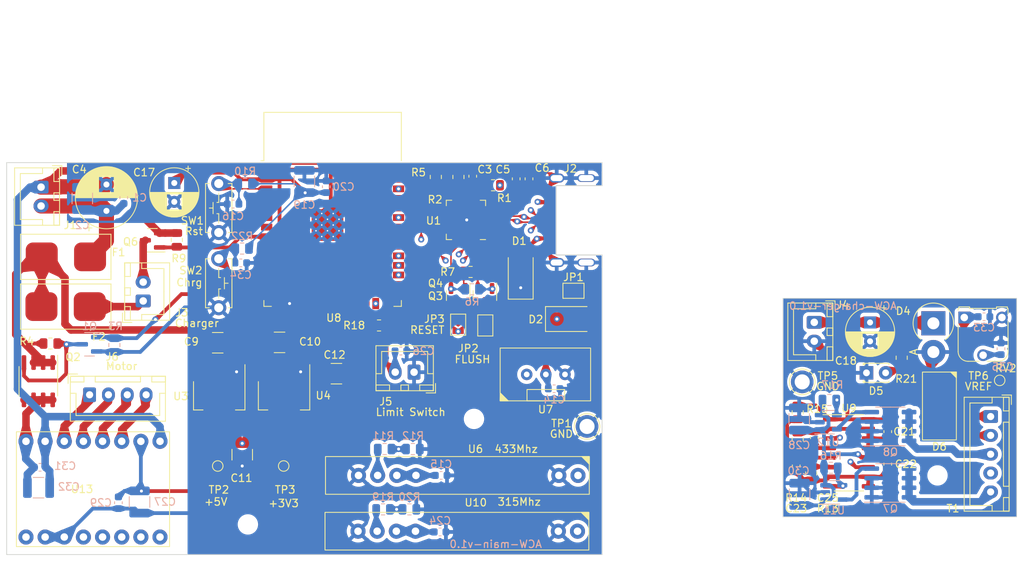
<source format=kicad_pcb>
(kicad_pcb (version 20221018) (generator pcbnew)
  (layers (0 "F.Cu" signal) (1 "In1.Cu" signal) (2 "In2.Cu" signal) (31 "B.Cu" signal) (34 "B.Paste" user) (35 "F.Paste" user) (36 "B.SilkS" user "B.Silkscreen") (37 "F.SilkS" user "F.Silkscreen") (38 "B.Mask" user) (39 "F.Mask" user) (44 "Edge.Cuts" user))
  (net 0 "")
  (net 1 "/7.5V_BEFORE_FUSE")
  (net 2 "GNDA")
  (net 3 "Net-(U1-VBUS)")
  (net 4 "+3V3")
  (net 5 "GNDPWR")
  (net 6 "VD")
  (net 7 "+7.5V")
  (net 8 "+5V")
  (net 9 "Net-(J3-Pin_1)")
  (net 10 "Net-(J3-Pin_2)")
  (net 11 "/ESP32_ENABLE")
  (net 12 "VPP")
  (net 13 "GND1")
  (net 14 "Net-(U9-CT)")
  (net 15 "/TL494_VREF")
  (net 16 "/TL494_DTC")
  (net 17 "/CHARGER_START_BUTTON")
  (net 18 "/TL494_FEEDBACK")
  (net 19 "Net-(T1-AA)")
  (net 20 "Net-(T1-AB)")
  (net 21 "VBUS")
  (net 23 "/D+")
  (net 24 "/D-")
  (net 28 "/LIMIT_SWITCH")
  (net 29 "Net-(J6-Pin_1)")
  (net 30 "Net-(J6-Pin_2)")
  (net 31 "Net-(J6-Pin_3)")
  (net 32 "Net-(JP2-A)")
  (net 33 "/ESP32_FLUSH")
  (net 34 "Net-(JP3-A)")
  (net 35 "/VM_ENABLE")
  (net 36 "Net-(Q1-D)")
  (net 37 "Net-(Q3-B)")
  (net 38 "Net-(Q3-E)")
  (net 39 "Net-(Q4-B)")
  (net 40 "Net-(Q4-E)")
  (net 41 "/CHARGER_ENABLE")
  (net 42 "Net-(Q7-G)")
  (net 43 "Net-(T1-SB)")
  (net 44 "Net-(Q8-G)")
  (net 45 "Net-(T1-SA)")
  (net 46 "Net-(U1-~{RST})")
  (net 47 "/FM_IN_433")
  (net 48 "/FM_IN_5V_433")
  (net 49 "Net-(U9-RT)")
  (net 50 "Net-(U11-IN-)")
  (net 51 "Net-(U12-IN-)")
  (net 52 "/FM_IN_315")
  (net 53 "/FM_IN_5V_315")
  (net 70 "/TXD_3V3")
  (net 71 "/RXD_3V3")
  (net 74 "/FM_OUT_433")
  (net 91 "/M_DIR")
  (net 92 "/M_STEP")
  (net 95 "/M_ENABLE#")
  (net 102 "Net-(D6-+)")
  (net 103 "Net-(D2-A)")
  (net 104 "Net-(D5-A)")
  (net 105 "Net-(J6-Pin_4)")
  (footprint "Connector_JST:JST_XH_B5B-XH-A_1x05_P2.50mm_Vertical" (layer "F.Cu") (at 172.55 75.6875 -90)
    (fp_text reference "T1")
    (fp_text value "Transformer_1P_SS")
  )
  (footprint "Resistor_SMD:R_0805_2012Metric" (layer "F.Cu") (at 98.935 43.9 90)
    (fp_text reference "R5")
    (fp_text value "1K")
  )
  (footprint "Capacitor_SMD:C_1210_3225Metric" (layer "F.Cu") (at 73.25 80.75 90)
    (fp_text reference "C11")
    (fp_text value "22 uF")
  )
  (footprint "Capacitor_SMD:C_0603_1608Metric" (layer "F.Cu") (at 146.75 82.25 -90)
    (fp_text reference "C23")
    (fp_text value "1 nF")
  )
  (footprint "Library:TMC2209" (layer "F.Cu") (at 53.45 85.325 90)
    (fp_text reference "U13")
    (fp_text value "TMC2209_Module")
  )
  (footprint "Diode_THT:D_DO-201AD_P3.81mm_Vertical_AnodeUp" (layer "F.Cu") (at 164.95 63.315 -90)
    (fp_text reference "D4")
    (fp_text value "HER508")
  )
  (footprint "Potentiometer_THT:Potentiometer_Runtron_RM-065_Vertical" (layer "F.Cu") (at 169.05 62.5475)
    (fp_text reference "RV2")
    (fp_text value "1K")
  )
  (footprint "Package_TO_SOT_SMD:SOT-223-3_TabPin2" (layer "F.Cu") (at 70.2 72.9 -90)
    (fp_text reference "U3")
    (fp_text value "AMS1117-5.0")
  )
  (footprint "Resistor_SMD:R_0805_2012Metric" (layer "F.Cu") (at 47.8 66)
    (fp_text reference "R4")
    (fp_text value "1K")
  )
  (footprint "Resistor_SMD:R_0805_2012Metric" (layer "F.Cu") (at 146.95 78.725 -90)
    (fp_text reference "R14")
    (fp_text value "10K")
  )
  (footprint "Connector_JST:JST_XH_B2B-XH-A_1x02_P2.50mm_Vertical" (layer "F.Cu") (at 46.56 45.25 -90)
    (fp_text reference "J1")
    (fp_text value "Conn_01x02_Socket")
  )
  (footprint "MountingHole:MountingHole_2.2mm_M2" (layer "F.Cu") (at 165.5 83.5)
    (fp_text reference "H1" hide)
    (fp_text value "MountingHole")
  )
  (footprint "Capacitor_THT:CP_Radial_D6.3mm_P2.50mm" (layer "F.Cu") (at 156.55 63.205121 -90)
    (fp_text reference "C18")
    (fp_text value "100 uF")
  )
  (footprint "Resistor_SMD:R_0805_2012Metric" (layer "F.Cu") (at 106.535 45 180)
    (fp_text reference "R1")
    (fp_text value "22K")
  )
  (footprint "Capacitor_SMD:C_0603_1608Metric" (layer "F.Cu") (at 149.15 78.4875 -90)
    (fp_text reference "C25")
    (fp_text value "500 nF")
  )
  (footprint "Resistor_SMD:R_0805_2012Metric" (layer "F.Cu") (at 91.4 63.6)
    (fp_text reference "R18")
    (fp_text value "10K")
  )
  (footprint "Capacitor_SMD:C_1210_3225Metric" (layer "F.Cu") (at 70 65.9 180)
    (fp_text reference "C9")
    (fp_text value "22 uF")
  )
  (footprint "Resistor_SMD:R_0805_2012Metric" (layer "F.Cu") (at 160.75 67.8875 -90)
    (fp_text reference "R21")
    (fp_text value "1K")
  )
  (footprint "Jumper:SolderJumper-2_P1.3mm_Open_TrianglePad1.0x1.5mm" (layer "F.Cu") (at 117.2 59)
    (fp_text reference "JP1")
    (fp_text value "Charge from flusher")
  )
  (footprint "Resistor_SMD:R_0805_2012Metric" (layer "F.Cu") (at 146.95 75.1375 90)
    (fp_text reference "R15")
    (fp_text value "1K")
  )
  (footprint "Resistor_SMD:R_0805_2012Metric" (layer "F.Cu") (at 64.5725 52.25 90)
    (fp_text reference "R9")
    (fp_text value "10K")
  )
  (footprint "Library:STX882_Vertical" (layer "F.Cu") (at 113.535 70.1)
    (fp_text reference "U7")
    (fp_text value "STX882@433Mhz")
  )
  (footprint "Capacitor_SMD:C_0603_1608Metric" (layer "F.Cu") (at 158.9 82 -90)
    (fp_text reference "C22")
    (fp_text value "100 nF")
  )
  (footprint "Diode_SMD:D_SMA" (layer "F.Cu") (at 117 62.75)
    (fp_text reference "D2")
    (fp_text value "US1M")
  )
  (footprint "Library:USB_C_P16_MIDMOUNT_1.6" (layer "F.Cu") (at 116.6 49.65 90)
    (fp_text reference "J2")
    (fp_text value "USB_C_Receptacle_USB2.0")
    (fp_line (start -4.6 -1.7) (end -4.6 4.4) (stroke (width 0.12)) (layer "Edge.Cuts"))
    (fp_line (start -4.6 4.4) (end -6.2 4.4) (stroke (width 0.12)) (layer "Edge.Cuts"))
    (fp_line (start 4.6 -1.7) (end -4.6 -1.7) (stroke (width 0.12)) (layer "Edge.Cuts"))
    (fp_line (start 4.6 4.4) (end 4.6 -1.7) (stroke (width 0.12)) (layer "Edge.Cuts"))
    (fp_line (start 6.4 4.4) (end 4.6 4.4) (stroke (width 0.12)) (layer "Edge.Cuts"))
  )
  (footprint "Connector_JST:JST_XH_B4B-XH-A_1x04_P2.50mm_Vertical" (layer "F.Cu") (at 53 72.8)
    (fp_text reference "J6")
    (fp_text value "Conn_01x04_Socket")
  )
  (footprint "Library:SW_PUSH_P6.5_W3.5" (layer "F.Cu") (at 70.135 48.025 90)
    (fp_text reference "SW1")
    (fp_text value "KLS7-TS3601-5.0-180")
  )
  (footprint "Capacitor_SMD:C_1210_3225Metric" (layer "F.Cu") (at 78.2 65.85 180)
    (fp_text reference "C10")
    (fp_text value "22 uF")
  )
  (footprint "TestPoint:TestPoint_Pad_D1.0mm" (layer "F.Cu") (at 173.75 70.8875)
    (fp_text reference "TP6")
    (fp_text value "VREF")
  )
  (footprint "MountingHole:MountingHole_2.2mm_M2" (layer "F.Cu") (at 74 90)
    (fp_text reference "H3" hide)
    (fp_text value "MountingHole")
  )
  (footprint "TestPoint:TestPoint_Plated_Hole_D2.0mm" (layer "F.Cu") (at 147.55 71.0875)
    (fp_text reference "TP5")
    (fp_text value "GND")
  )
  (footprint "Resistor_SMD:R_0805_2012Metric" (layer "F.Cu") (at 103.55 56.5 180)
    (fp_text reference "R7")
    (fp_text value "10K")
  )
  (footprint "Capacitor_SMD:C_0603_1608Metric" (layer "F.Cu") (at 158.9 77.6875 90)
    (fp_text reference "C21")
    (fp_text value "10 uF")
  )
  (footprint "Jumper:SolderJumper-2_P1.3mm_Open_TrianglePad1.0x1.5mm" (layer "F.Cu") (at 101.9 63.5 -90)
    (fp_text reference "JP3")
    (fp_text value "RESET")
  )
  (footprint "Capacitor_THT:CP_Radial_D6.3mm_P2.50mm" (layer "F.Cu") (at 64.235 44.7 -90)
    (fp_text reference "C17")
    (fp_text value "100 uF")
  )
  (footprint "NetTie:NetTie-2_SMD_Pad2.0mm" (layer "F.Cu") (at 51.035 45.2)
    (fp_text reference "NT1" hide)
    (fp_text value "AGND/PGND" hide)
  )
  (footprint "Jumper:SolderJumper-2_P1.3mm_Open_TrianglePad1.0x1.5mm" (layer "F.Cu") (at 105.5 63.6 -90)
    (fp_text reference "JP2")
    (fp_text value "FLUSH")
  )
  (footprint "MountingHole:MountingHole_2.2mm_M2" (layer "F.Cu") (at 64 67)
    (fp_text reference "H2" hide)
    (fp_text value "MountingHole")
  )
  (footprint "LED_THT:LED_D1.8mm_W3.3mm_H2.4mm" (layer "F.Cu") (at 156.075 69.8875)
    (fp_text reference "D5")
    (fp_text value "LED")
  )
  (footprint "Capacitor_SMD:C_0603_1608Metric" (layer "F.Cu") (at 103.835 43.8 90)
    (fp_text reference "C3")
    (fp_text value "10 uF")
  )
  (footprint "Capacitor_THT:CP_Radial_D8.0mm_P3.50mm" (layer "F.Cu") (at 55.235 48.4 90)
    (fp_text reference "C4")
    (fp_text value "1000 uF")
  )
  (footprint "Package_TO_SOT_SMD:SOT-23" (layer "F.Cu") (at 101.9 59.6375 -90)
    (fp_text reference "Q4")
    (fp_text value "BC847")
  )
  (footprint "Connector_JST:JST_XH_B2B-XH-A_1x02_P2.50mm_Vertical" (layer "F.Cu") (at 60.11 60.35 90)
    (fp_text reference "J3")
    (fp_text value "Charger")
  )
  (footprint "Package_DFN_QFN:QFN-28-1EP_5x5mm_P0.5mm_EP3.35x3.35mm" (layer "F.Cu") (at 102.935 49.6 180)
    (fp_text reference "U1")
    (fp_text value "CP2102N-Axx-xQFN28")
  )
  (footprint "Library:FuseHolder1808" (layer "F.Cu") (at 49.835 61.1)
    (fp_text reference "F2")
    (fp_text value "3A")
  )
  (footprint "Library:SRX882_Vertical" (layer "F.Cu") (at 117.8 83.5 180)
    (fp_text reference "U6")
    (fp_text value "SRX882@433Mhz")
  )
  (footprint "Library:FuseHolder1808" (layer "F.Cu") (at 49.835 54.5 180)
    (fp_text reference "F1")
    (fp_text value "6A")
  )
  (footprint "Capacitor_SMD:C_1210_3225Metric" (layer "F.Cu") (at 85.75 70)
    (fp_text reference "C12")
    (fp_text value "22 uF")
  )
  (footprint "Library:SW_PUSH_P6.5_W3.5" (layer "F.Cu") (at 70.135 58 -90)
    (fp_text reference "SW2")
    (fp_text value "KLS7-TS3601-5.0-180")
  )
  (footprint "TestPoint:TestPoint_Plated_Hole_D2.0mm" (layer "F.Cu") (at 119 77)
    (fp_text reference "TP1")
    (fp_text value "GND")
  )
  (footprint "Library:SRX882_Vertical" (layer "F.Cu") (at 117.735 90.9 180)
    (fp_text reference "U10")
    (fp_text value "SRX882@315Mhz")
  )
  (footprint "Capacitor_SMD:C_0603_1608Metric" (layer "F.Cu") (at 109.6 44.15 90)
    (fp_text reference "C5")
    (fp_text value "10 uF")
  )
  (footprint "TestPoint:TestPoint_Pad_D1.0mm" (layer "F.Cu") (at 70 82.25 90)
    (fp_text reference "TP2")
    (fp_text value "+5V")
  )
  (footprint "Library:MBS" (layer "F.Cu") (at 165.75 74.2875 -90)
    (fp_text reference "D6")
    (fp_text value "MB10S")
  )
  (footprint "Package_SO:SOIC-8_3.9x4.9mm_P1.27mm" (layer "F.Cu") (at 46.2 71 -90)
    (fp_text reference "Q2")
    (fp_text value "IRF7425PbF")
  )
  (footprint "Capacitor_SMD:C_0603_1608Metric" (layer "F.Cu") (at 111.3 44.15 90)
    (fp_text reference "C6")
    (fp_text value "10 uF")
  )
  (footprint "Diode_SMD:D_SMA" (layer "F.Cu") (at 110.2 56.6 90)
    (fp_text reference "D1")
    (fp_text value "SMAJ5.0CA-TR")
  )
  (footprint "Package_SO:SO-16_3.9x9.9mm_P1.27mm" (layer "F.Cu") (at 153.75 80.5)
    (fp_text reference "U9")
    (fp_text value "TL494")
  )
  (footprint "Package_TO_SOT_SMD:SOT-223-3_TabPin2" (layer "F.Cu") (at 78.8 72.9 -90)
    (fp_text reference "U4")
    (fp_text value "AMS1117-3.3")
  )
  (footprint "TestPoint:TestPoint_Pad_D1.0mm" (layer "F.Cu") (at 78.75 82.25)
    (fp_text reference "TP3")
    (fp_text value "+3V3")
  )
  (footprint "Package_TO_SOT_SMD:SOT-23" (layer "F.Cu") (at 61.335 52.3 180)
    (fp_text reference "Q6")
    (fp_text value "IRLML0030")
  )
  (footprint "Resistor_SMD:R_0805_2012Metric" (layer "F.Cu") (at 148.75 83.25 -90)
    (fp_text reference "R13")
    (fp_text value "10K")
  )
  (footprint "Connector_JST:JST_XH_B2B-XH-A_1x02_P2.50mm_Vertical" (layer "F.Cu") (at 96.05 69.8 180)
    (fp_text reference "J5")
    (fp_text value "Limit Switch")
  )
  (footprint "RF_Module:ESP32-WROOM-32" (layer "F.Cu") (at 85.2425 51.185)
    (fp_text reference "U8")
    (fp_text value "ESP32-WROOM-32")
  )
  (footprint "Package_TO_SOT_SMD:SOT-23" (layer "F.Cu") (at 105.45 59.6375 -90)
    (fp_text reference "Q3")
    (fp_text value "BC847")
  )
  (footprint "Connector_JST:JST_XH_B2B-XH-A_1x02_P2.50mm_Vertical" (layer "F.Cu") (at 149.15 63.1875 -90)
    (fp_text reference "J4")
    (fp_text value "Power")
  )
  (footprint "Resistor_SMD:R_0805_2012Metric" (layer "F.Cu") (at 101.935 43.9 90)
    (fp_text reference "R2")
    (fp_text value "44K")
  )
  (footprint "MountingHole:MountingHole_2.2mm_M2" (layer "F.Cu") (at 104 76)
    (fp_text reference "H4" hide)
    (fp_text value "MountingHole")
  )
  (footprint "Resistor_SMD:R_0805_2012Metric" (layer "B.Cu") (at 95.435 88 180)
    (fp_text reference "R20")
    (fp_text value "10K")
  )
  (footprint "Capacitor_SMD:C_0603_1608Metric" (layer "B.Cu") (at 94.3 67)
    (fp_text reference "C26")
    (fp_text value "0.1 uF")
  )
  (footprint "Capacitor_SMD:C_0603_1608Metric" (layer "B.Cu") (at 173.925 66.6975 90)
    (fp_text reference "C35")
    (fp_text value "100 nF")
  )
  (footprint "Resistor_SMD:R_0805_2012Metric" (layer "B.Cu") (at 56.28556 66.2 -90)
    (fp_text reference "R3")
    (fp_text value "10K")
  )
  (footprint "Resistor_SMD:R_0805_2012Metric" (layer "B.Cu") (at 73.235 53.4 180)
    (fp_text reference "R22")
    (fp_text value "10K")
  )
  (footprint "Resistor_SMD:R_0805_2012Metric" (layer "B.Cu") (at 92.145 80 180)
    (fp_text reference "R11")
    (fp_text value "5K1")
  )
  (footprint "Package_TO_SOT_SMD:SOT-23-5" (layer "B.Cu") (at 151.737536 85.75)
    (fp_text reference "U11")
    (fp_text value "FAN3100")
  )
  (footprint "Resistor_SMD:R_0805_2012Metric" (layer "B.Cu") (at 151.35 82.4875)
    (fp_text reference "R16")
    (fp_text value "1K")
  )
  (footprint "Package_SO:SOIC-8_3.9x4.9mm_P1.27mm" (layer "B.Cu") (at 159.25 77)
    (fp_text reference "Q8")
    (fp_text value "IRF7832PbF")
  )
  (footprint "Capacitor_SMD:C_0603_1608Metric" (layer "B.Cu") (at 73.06 55.3)
    (fp_text reference "C34")
    (fp_text value "100 nF")
  )
  (footprint "Capacitor_SMD:C_0603_1608Metric" (layer "B.Cu") (at 84.4 45.2 90)
    (fp_text reference "C20")
    (fp_text value "100 nF")
  )
  (footprint "Package_SO:SOIC-8_3.9x4.9mm_P1.27mm" (layer "B.Cu") (at 159.25 84.5)
    (fp_text reference "Q7")
    (fp_text value "IRF7832PbF")
  )
  (footprint "Capacitor_SMD:C_1210_3225Metric" (layer "B.Cu") (at 81.5 44.5 -90)
    (fp_text reference "C19")
    (fp_text value "22 uF")
  )
  (footprint "Resistor_SMD:R_0805_2012Metric" (layer "B.Cu") (at 91.935 88 180)
    (fp_text reference "R19")
    (fp_text value "5K1")
  )
  (footprint "Capacitor_SMD:C_1210_3225Metric" (layer "B.Cu") (at 59.625 87.025 90)
    (fp_text reference "C27")
    (fp_text value "22 uF")
  )
  (footprint "Capacitor_SMD:C_0603_1608Metric" (layer "B.Cu") (at 46.425 82.425 180)
    (fp_text reference "C31")
    (fp_text value "100 uF")
  )
  (footprint "Capacitor_SMD:C_0603_1608Metric" (layer "B.Cu") (at 114.635 72)
    (fp_text reference "C14")
    (fp_text value "100 nF")
  )
  (footprint "Capacitor_SMD:C_1210_3225Metric" (layer "B.Cu") (at 147.2 86 -90)
    (fp_text reference "C30")
    (fp_text value "22 uF")
  )
  (footprint "Package_TO_SOT_SMD:SOT-23" (layer "B.Cu") (at 52.98556 66.1 180)
    (fp_text reference "Q1")
    (fp_text value "IRLML0030")
  )
  (footprint "Resistor_SMD:R_0805_2012Metric" (layer "B.Cu") (at 95.895 80 180)
    (fp_text reference "R12")
    (fp_text value "10K")
  )
  (footprint "Capacitor_SMD:C_1210_3225Metric" (layer "B.Cu") (at 147.15 76.0125 -90)
    (fp_text reference "C28")
    (fp_text value "22 uF")
  )
  (footprint "Capacitor_SMD:C_0603_1608Metric" (layer "B.Cu") (at 99.645 83.5)
    (fp_text reference "C15")
    (fp_text value "100 nF")
  )
  (footprint "Capacitor_SMD:C_0603_1608Metric" (layer "B.Cu") (at 57.535 46.647349 90)
    (fp_text reference "C1")
    (fp_text value "2.2 uF")
  )
  (footprint "Capacitor_SMD:C_0603_1608Metric" (layer "B.Cu") (at 171.675 62.4475)
    (fp_text reference "C33")
    (fp_text value "10 uF")
  )
  (footprint "Capacitor_SMD:C_1210_3225Metric" (layer "B.Cu") (at 52.035 46.747349 90)
    (fp_text reference "C2")
    (fp_text value "22 uF")
  )
  (footprint "Package_TO_SOT_SMD:SOT-23-5" (layer "B.Cu") (at 151.0125 76.4375)
    (fp_text reference "U12")
    (fp_text value "FAN3100")
  )
  (footprint "Resistor_SMD:R_0805_2012Metric" (layer "B.Cu") (at 103.75 58.8)
    (fp_text reference "R6")
    (fp_text value "10K")
  )
  (footprint "Capacitor_SMD:C_0603_1608Metric" (layer "B.Cu") (at 99.5 91)
    (fp_text reference "C24")
    (fp_text value "100 nF")
  )
  (footprint "Resistor_SMD:R_0805_2012Metric" (layer "B.Cu") (at 73.635 44.8 180)
    (fp_text reference "R10")
    (fp_text value "1K")
  )
  (footprint "Capacitor_SMD:C_1210_3225Metric" (layer "B.Cu") (at 46.225 85.125 180)
    (fp_text reference "C32")
    (fp_text value "22 uF")
  )
  (footprint "Capacitor_SMD:C_0603_1608Metric" (layer "B.Cu") (at 56.825 87.125 -90)
    (fp_text reference "C29")
    (fp_text value "0.1 uF")
  )
  (footprint "Capacitor_SMD:C_0603_1608Metric" (layer "B.Cu") (at 72.035 47.5 180)
    (fp_text reference "C16")
    (fp_text value "1 uF")
  )
  (footprint "Resistor_SMD:R_0805_2012Metric" (layer "B.Cu") (at 151.15 73.4875)
    (fp_text reference "R17")
    (fp_text value "1K")
  )
  (gr_line (start 42 94) (end 121 94) (stroke (width 0.1)) (layer "Edge.Cuts"))
  (gr_line (start 42 42) (end 42 94) (stroke (width 0.1)) (layer "Edge.Cuts"))
  (gr_line (start 121 42) (end 42 42) (stroke (width 0.1)) (layer "Edge.Cuts"))
  (gr_line (start 121 55.85) (end 121 94) (stroke (width 0.1)) (layer "Edge.Cuts"))
  (gr_rect (start 145 60) (end 176 89) (stroke (width 0.1)) (fill none) (layer "Edge.Cuts"))
  (gr_line (start 121 42) (end 121 43.25) (stroke (width 0.1)) (layer "Edge.Cuts"))
  (gr_text "ACW-main-v1.0" (at 113.1 93.2) (layer "B.SilkS") (effects (font (size 1 1)) (justify left bottom mirror)))
  (gr_text "ACW-charger-v1.0" (at 160.2 61.6) (layer "B.SilkS") (effects (font (size 1 1)) (justify left bottom mirror)))
  (segment (start 54.585 47.75) (end 55.235 48.4) (width 2) (layer "F.Cu") (net 1))
  (segment (start 55.235 48.4) (end 55.235 52.325) (width 2) (layer "F.Cu") (net 1))
  (segment (start 46.56 47.75) (end 54.585 47.75) (width 2) (layer "F.Cu") (net 1))
  (segment (start 55.235 52.325) (end 53.06 54.5) (width 2) (layer "F.Cu") (net 1))
  (segment (start 52.212651 48.4) (end 52.035 48.222349) (width 1) (layer "B.Cu") (net 1))
  (segment (start 55.235 48.4) (end 52.212651 48.4) (width 1) (layer "B.Cu") (net 1))
  (segment (start 56.557349 48.4) (end 57.535 47.422349) (width 1) (layer "B.Cu") (net 1))
  (segment (start 55.235 48.4) (end 56.557349 48.4) (width 1) (layer "B.Cu") (net 1))
  (segment (start 111.3 43.375) (end 114.3 43.375) (width 0.2) (layer "F.Cu") (net 2))
  (segment (start 104.185 43.375) (end 103.835 43.025) (width 0.2) (layer "F.Cu") (net 2))
  (segment (start 114.3 43.375) (end 114.975 44.05) (width 0.2) (layer "F.Cu") (net 2))
  (segment (start 81.1 69.75) (end 84.025 69.75) (width 1) (layer "F.Cu") (net 2))
  (segment (start 72.5 69.75) (end 72.5 66.925) (width 1) (layer "F.Cu") (net 2))
  (segment (start 53.035 45.2) (end 54.935 45.2) (width 2) (layer "F.Cu") (net 2))
  (segment (start 81.1 69.75) (end 81.1 67.275) (width 1) (layer "F.Cu") (net 2))
  (segment (start 103.835 43.025) (end 101.9725 43.025) (width 0.2) (layer "F.Cu") (net 2))
  (segment (start 76.4925 42.935) (end 85 42.935) (width 0.5) (layer "F.Cu") (net 2))
  (segment (start 81.1 67.275) (end 79.675 65.85) (width 1) (layer "F.Cu") (net 2))
  (segment (start 85 42.935) (end 93.9925 42.935) (width 0.5) (layer "F.Cu") (net 2))
  (segment (start 85 42.935) (end 85 50.6) (width 0.5) (layer "F.Cu") (net 2))
  (segment (start 114.09 54.365) (end 114.975 55.25) (width 0.5) (layer "F.Cu") (net 2))
  (segment (start 109.6 43.375) (end 111.3 43.375) (width 0.2) (layer "F.Cu") (net 2))
  (segment (start 72.5 66.925) (end 71.475 65.9) (width 1) (layer "F.Cu") (net 2))
  (segment (start 114.09 52.85) (end 114.09 54.365) (width 0.5) (layer "F.Cu") (net 2))
  (segment (start 114.09 44.935) (end 114.975 44.05) (width 0.5) (layer "F.Cu") (net 2))
  (segment (start 54.935 45.2) (end 55.235 44.9) (width 2) (layer "F.Cu") (net 2))
  (segment (start 109.6 43.375) (end 104.185 43.375) (width 0.2) (layer "F.Cu") (net 2))
  (segment (start 84.025 69.75) (end 84.275 70) (width 1) (layer "F.Cu") (net 2))
  (segment (start 114.09 46.45) (end 114.09 44.935) (width 0.5) (layer "F.Cu") (net 2))
  (segment (start 105.385 50.1) (end 103.435 50.1) (width 0.2) (layer "F.Cu") (net 2))
  (via (at 110.2 58.6) (size 0.8) (drill 0.4) (layers "F.Cu" "B.Cu") (net 2))
  (via (at 73.25 82.25) (size 0.8) (drill 0.4) (layers "F.Cu" "B.Cu") (net 2))
  (via (at 81 69.75) (size 0.8) (drill 0.4) (layers "F.Cu" "B.Cu") (net 2))
  (via (at 103.035 49.6) (size 0.8) (drill 0.4) (layers "F.Cu" "B.Cu") (net 2))
  (via (at 72.5 69.75) (size 0.8) (drill 0.4) (layers "F.Cu" "B.Cu") (net 2))
  (via (at 79.5325 60.695) (size 0.8) (drill 0.4) (layers "F.Cu" "B.Cu") (net 2))
  (segment (start 53.92306 67.05) (end 55.135 67.05) (width 0.5) (layer "B.Cu") (net 2))
  (segment (start 55.135 67.05) (end 56.22306 67.05) (width 0.5) (layer "B.Cu") (net 2))
  (segment (start 55.135 67.05) (end 55.435 67.35) (width 0.5) (layer "B.Cu") (net 2))
  (segment (start 56.825 87.9) (end 59.025 87.9) (width 0.5) (layer "B.Cu") (net 2))
  (segment (start 49.64 91.675) (end 48.425 91.675) (width 0.5) (layer "B.Cu") (net 2))
  (segment (start 56.28556 67.1125) (end 59.7225 67.1125) (width 0.5) (layer "B.Cu") (net 2))
  (segment (start 49.64 91.675) (end 53.415 87.9) (width 0.5) (layer "B.Cu") (net 2))
  (segment (start 59.7225 67.1125) (end 65.635 61.2) (width 0.5) (layer "B.Cu") (net 2))
  (segment (start 59.625 88.5) (end 67 88.5) (width 0.5) (layer "B.Cu") (net 2))
  (segment (start 48.425 91.675) (end 47.1 91.675) (width 0.5) (layer "B.Cu") (net 2))
  (segment (start 59.025 87.9) (end 59.625 88.5) (width 0.5) (layer "B.Cu") (net 2))
  (segment (start 65.635 61.2) (end 70.085 61.2) (width 0.5) (layer "B.Cu") (net 2))
  (segment (start 53.415 87.9) (end 56.825 87.9) (width 0.5) (layer "B.Cu") (net 2))
  (segment (start 103.835 44.575) (end 105.1975 44.575) (width 0.2) (layer "F.Cu") (net 3))
  (segment (start 104.435 46.1875) (end 105.6225 45) (width 0.2) (layer "F.Cu") (net 3))
  (segment (start 104.435 46.2) (end 104.435 46.1875) (width 0.2) (layer "F.Cu") (net 3))
  (segment (start 104.435 47.15) (end 104.435 46.2) (width 0.2) (layer "F.Cu") (net 3))
  (segment (start 105.1975 44.575) (end 105.6225 45) (width 0.2) (layer "F.Cu") (net 3))
  (segment (start 101.935 44.8125) (end 103.5975 44.8125) (width 0.2) (layer "F.Cu") (net 3))
  (segment (start 111.3 44.925) (end 109.6 44.925) (width 0.2) (layer "F.Cu") (net 4))
  (segment (start 73.04 44.205) (end 76.4925 44.205) (width 0.5) (layer "F.Cu") (net 4))
  (segment (start 108.235 43.8) (end 109.36 44.925) (width 0.2) (layer "F.Cu") (net 4))
  (segment (start 87.225 71.75) (end 87.225 70) (width 1) (layer "F.Cu") (net 4))
  (segment (start 72.16 43.325) (end 73.04 44.205) (width 0.5) (layer "F.Cu") (net 4))
  (segment (start 88.25 70) (end 87.225 70) (width 0.5) (layer "F.Cu") (net 4))
  (segment (start 79.675 85.575) (end 88.75 76.5) (width 0.5) (layer "F.Cu") (net 4))
  (segment (start 83 63.4) (end 87.225 67.625) (width 0.5) (layer "F.Cu") (net 4))
  (segment (start 99.7475 43.8) (end 108.235 43.8) (width 0.2) (layer "F.Cu") (net 4))
  (segment (start 64.235 44.7) (end 65.61 43.325) (width 0.5) (layer "F.Cu") (net 4))
  (segment (start 90.4875 63.6) (end 88.8875 65.2) (width 0.5) (layer "F.Cu") (net 4))
  (segment (start 82.925 76.05) (end 87.225 71.75) (width 1) (layer "F.Cu") (net 4))
  (segment (start 98.1325 42.185) (end 66.75 42.185) (width 0.2) (layer "F.Cu") (net 4))
  (segment (start 88.75 76.5) (end 88.75 70.5) (width 0.5) (layer "F.Cu") (net 4))
  (segment (start 78.2 44.205) (end 78.2 62.4) (width 0.5) (layer "F.Cu") (net 4))
  (segment (start 107.625 48.6) (end 111.3 44.925) (width 0.2) (layer "F.Cu") (net 4))
  (segment (start 59.875 85.575) (end 79.675 85.575) (width 0.5) (layer "F.Cu") (net 4))
  (segment (start 105.385 48.6) (end 107.625 48.6) (width 0.2) (layer "F.Cu") (net 4))
  (segment (start 106.425 48.1) (end 109.6 44.925) (width 0.2) (layer "F.Cu") (net 4))
  (segment (start 79.805 44.205) (end 81.6 46) (width 0.5) (layer "F.Cu") (net 4))
  (segment (start 65.61 43.325) (end 72.16 43.325) (width 0.5) (layer "F.Cu") (net 4))
  (segment (start 76.4925 44.205) (end 78.2 44.205) (width 0.5) (layer "F.Cu") (net 4))
  (segment (start 105.385 48.1) (end 106.425 48.1) (width 0.2) (layer "F.Cu") (net 4))
  (segment (start 98.935 42.9875) (end 98.1325 42.185) (width 0.2) (layer "F.Cu") (net 4))
  (segment (start 78.8 76.05) (end 82.925 76.05) (width 1) (layer "F.Cu") (net 4))
  (segment (start 78.75 76.25) (end 78.75 69.8) (width 1) (layer "F.Cu") (net 4))
  (segment (start 79.2 63.4) (end 83 63.4) (width 0.5) (layer "F.Cu") (net 4))
  (segment (start 88.8875 68.3375) (end 87.225 70) (width 0.5) (layer "F.Cu") (net 4))
  (segment (start 98.935 42.9875) (end 99.7475 43.8) (width 0.2) (layer "F.Cu") (net 4))
  (segment (start 78.2 62.4) (end 79.2 63.4) (width 0.5) (layer "F.Cu") (net 4))
  (segment (start 66.75 42.185) (end 65.61 43.325) (width 0.2) (layer "F.Cu") (net 4))
  (segment (start 88.75 70.5) (end 88.25 70) (width 0.5) (layer "F.Cu") (net 4))
  (segment (start 78.2 44.205) (end 79.805 44.205) (width 0.5) (layer "F.Cu") (net 4))
  (segment (start 87.225 67.625) (end 87.225 70) (width 0.5) (layer "F.Cu") (net 4))
  (segment (start 78.75 82.25) (end 78.75 76.1) (width 0.5) (layer "F.Cu") (net 4))
  (segment (start 88.8875 65.2) (end 88.8875 68.3375) (width 0.5) (layer "F.Cu") (net 4))
  (via (at 81.6 46) (size 0.8) (drill 0.4) (layers "F.Cu" "B.Cu") (net 4))
  (via (at 59.875 85.575) (size 0.8) (drill 0.4) (layers "F.Cu" "B.Cu") (net 4))
  (segment (start 74.5475 44.8) (end 80.325 44.8) (width 0.2) (layer "B.Cu") (net 4))
  (segment (start 57.625 85.55) (end 56.825 86.35) (width 0.5) (layer "B.Cu") (net 4))
  (segment (start 59.625 85.55) (end 57.625 85.55) (width 0.5) (layer "B.Cu") (net 4))
  (segment (start 80.325 44.8) (end 81.5 45.975) (width 0.2) (layer "B.Cu") (net 4))
  (segment (start 84.4 45.975) (end 81.5 45.975) (width 0.5) (layer "B.Cu") (net 4))
  (segment (start 74.1475 52.8875) (end 81.06 45.975) (width 0.2) (layer "B.Cu") (net 4))
  (segment (start 59.8 78.975) (end 59.8 85.375) (width 0.5) (layer "B.Cu") (net 4))
  (segment (start 64.5725 51.3375) (end 63.035 51.3375) (width 1) (layer "F.Cu") (net 5))
  (segment (start 46.56 45.25) (end 48.985 45.25) (width 2) (layer "F.Cu") (net 5))
  (segment (start 63.035 51.3375) (end 62.285 51.3375) (width 1) (layer "F.Cu") (net 5))
  (segment (start 49.14505 43.1) (end 46.99505 45.25) (width 1) (layer "F.Cu") (net 5))
  (segment (start 62.2725 51.35) (end 60.135 49.2125) (width 1) (layer "F.Cu") (net 5))
  (segment (start 62.285 51.3375) (end 62.2725 51.35) (width 1) (layer "F.Cu") (net 5))
  (segment (start 60.135 45.9) (end 57.335 43.1) (width 1) (layer "F.Cu") (net 5))
  (segment (start 57.335 43.1) (end 49.14505 43.1) (width 1) (layer "F.Cu") (net 5))
  (segment (start 48.985 45.25) (end 49.035 45.2) (width 2) (layer "F.Cu") (net 5))
  (segment (start 60.135 49.2125) (end 60.135 45.9) (width 1) (layer "F.Cu") (net 5))
  (segment (start 62.34 77.04) (end 61 75.7) (width 1) (layer "B.Cu") (net 5))
  (segment (start 47.1 75.7) (end 47.1 78.975) (width 1) (layer "B.Cu") (net 5))
  (segment (start 47.7 82.925) (end 47.1 82.325) (width 1) (layer "B.Cu") (net 5))
  (segment (start 47.1 82.325) (end 47.1 78.975) (width 1) (layer "B.Cu") (net 5))
  (segment (start 47.7 82.925) (end 47.2 82.425) (width 1) (layer "B.Cu") (net 5))
  (segment (start 46.56 45.25) (end 45.085 45.25) (width 1) (layer "B.Cu") (net 5))
  (segment (start 61 75.7) (end 47.1 75.7) (width 1) (layer "B.Cu") (net 5))
  (segment (start 47.7 85.125) (end 47.7 82.925) (width 1) (layer "B.Cu") (net 5))
  (segment (start 43.435 72.035) (end 47.1 75.7) (width 1) (layer "B.Cu") (net 5))
  (segment (start 45.085 45.25) (end 43.435 46.9) (width 1) (layer "B.Cu") (net 5))
  (segment (start 62.34 78.975) (end 62.34 77.04) (width 1) (layer "B.Cu") (net 5))
  (segment (start 43.435 46.9) (end 43.435 72.035) (width 1) (layer "B.Cu") (net 5))
  (segment (start 44.56 78.975) (end 44.56 75.315) (width 1) (layer "F.Cu") (net 6))
  (segment (start 44.295 73.475) (end 46.4 73.475) (width 1) (layer "F.Cu") (net 6))
  (segment (start 44.56 75.315) (end 46.4 73.475) (width 1) (layer "F.Cu") (net 6))
  (segment (start 46.4 73.475) (end 48.105 73.475) (width 1) (layer "F.Cu") (net 6))
  (segment (start 44.75 85.125) (end 44.75 83.325) (width 1) (layer "B.Cu") (net 6))
  (segment (start 45.65 82.425) (end 44.525 81.3) (width 1) (layer "B.Cu") (net 6))
  (segment (start 44.525 81.3) (end 44.525 79.01) (width 1) (layer "B.Cu") (net 6))
  (segment (start 44.75 83.325) (end 45.65 82.425) (width 1) (layer "B.Cu") (net 6))
  (segment (start 46.835 68.525) (end 45.565 68.525) (width 1) (layer "F.Cu") (net 7))
  (segment (start 50.535 64.2) (end 49.735 63.4) (width 1) (layer "F.Cu") (net 7))
  (segment (start 45.565 68.525) (end 48.105 68.525) (width 1) (layer "F.Cu") (net 7))
  (segment (start 46.8875 66) (end 45 66) (width 0.5) (layer "F.Cu") (net 7))
  (segment (start 49.735 63.4) (end 49.735 57.3) (width 1) (layer "F.Cu") (net 7))
  (segment (start 45.5 54.5) (end 43.2 56.8) (width 1) (layer "F.Cu") (net 7))
  (segment (start 46.65 54.5) (end 46.65 61.06) (width 1) (layer "F.Cu") (net 7))
  (segment (start 46.835 68.435) (end 46.835 68.525) (width 1) (layer "F.Cu") (net 7))
  (segment (start 45 66) (end 44.7 66.3) (width 0.5) (layer "F.Cu") (net 7))
  (segment (start 67.9 66.525) (end 68.525 65.9) (width 1) (layer "F.Cu") (net 7))
  (segment (start 44.7 66.3) (end 46.835 68.435) (width 1) (layer "F.Cu") (net 7))
  (segment (start 66.825 64.2) (end 68.525 65.9) (width 1) (layer "F.Cu") (net 7))
  (segment (start 49.735 57.3) (end 46.935 54.5) (width 1) (layer "F.Cu") (net 7))
  (segment (start 43.2 56.8) (end 43.2 64.8) (width 1) (layer "F.Cu") (net 7))
  (segment (start 50.535 64.2) (end 66.825 64.2) (width 1) (layer "F.Cu") (net 7))
  (segment (start 67.9 69.75) (end 67.9 66.525) (width 1) (layer "F.Cu") (net 7))
  (segment (start 43.2 64.8) (end 44.7 66.3) (width 1) (layer "F.Cu") (net 7))
  (segment (start 70.2 76.225) (end 73.225 79.25) (width 1) (layer "F.Cu") (net 8))
  (segment (start 70.2 76.05) (end 70.2 69.75) (width 1) (layer "F.Cu") (net 8))
  (segment (start 73.25 79.275) (end 74.5 78.025) (width 1) (layer "F.Cu") (net 8))
  (segment (start 74.5 66.75) (end 75.4 65.85) (width 1) (layer "F.Cu") (net 8))
  (segment (start 74.5 78.025) (end 74.5 66.75) (width 1) (layer "F.Cu") (net 8))
  (segment (start 70 82.25) (end 70 76.25) (width 0.5) (layer "F.Cu") (net 8))
  (segment (start 113.535 70.1) (end 113.535 64.215) (width 0.5) (layer "F.Cu") (net 8))
  (segment (start 113.535 64.215) (end 115 62.75) (width 0.5) (layer "F.Cu") (net 8))
  (segment (start 75.4 65.85) (end 76.725 65.85) (width 1) (layer "F.Cu") (net 8))
  (segment (start 76.725 65.85) (end 76.725 69.525) (width 1) (layer "F.Cu") (net 8))
  (via (at 115 62.75) (size 0.8) (drill 0.4) (layers "F.Cu" "B.Cu") (net 8))
  (via (at 73.25 79.25) (size 0.8) (drill 0.4) (layers "F.Cu" "B.Cu") (net 8))
  (segment (start 93.76 83.5) (end 96.3 83.5) (width 0.5) (layer "B.Cu") (net 8))
  (segment (start 96.3 83.5) (end 98.87 83.5) (width 0.5) (layer "B.Cu") (net 8))
  (segment (start 93.695 90.9) (end 96.235 90.9) (width 0.5) (layer "B.Cu") (net 8))
  (segment (start 98.725 91) (end 96.335 91) (width 0.5) (layer "B.Cu") (net 8))
  (segment (start 113.86 72) (end 113.86 70.425) (width 0.5) (layer "B.Cu") (net 8))
  (segment (start 53.02 61.1) (end 59.36 61.1) (width 1) (layer "F.Cu") (net 9))
  (segment (start 59.36 61.1) (end 60.11 60.35) (width 1) (layer "F.Cu") (net 9))
  (segment (start 60.11 52.5875) (end 60.3975 52.3) (width 1) (layer "F.Cu") (net 10))
  (segment (start 60.11 57.85) (end 60.11 52.5875) (width 1) (layer "F.Cu") (net 10))
  (segment (start 70.835 45.475) (end 70.135 44.775) (width 0.2) (layer "F.Cu") (net 11))
  (segment (start 76.4925 45.475) (end 70.835 45.475) (width 0.2) (layer "F.Cu") (net 11))
  (via (at 101.9 64.4) (size 0.8) (drill 0.4) (layers "F.Cu" "B.Cu") (net 11))
  (segment (start 72.7225 44.8) (end 70.16 44.8) (width 0.2) (layer "B.Cu") (net 11))
  (segment (start 72.81 47.5) (end 72.81 44.8875) (width 0.2) (layer "B.Cu") (net 11))
  (segment (start 158.95 81.1125) (end 156.3475 81.1125) (width 0.5) (layer "F.Cu") (net 12))
  (segment (start 156.325 81.135) (end 155.3975 81.135) (width 0.5) (layer "F.Cu") (net 12))
  (segment (start 149.15 63.1875) (end 156.532379 63.1875) (width 1) (layer "F.Cu") (net 12))
  (segment (start 160.75 63.405121) (end 160.55 63.205121) (width 0.5) (layer "F.Cu") (net 12))
  (segment (start 160.55 63.205121) (end 164.840121 63.205121) (width 1) (layer "F.Cu") (net 12))
  (segment (start 155.3975 81.135) (end 154.95 80.6875) (width 0.5) (layer "F.Cu") (net 12))
  (segment (start 160.75 66.975) (end 160.75 63.405121) (width 0.5) (layer "F.Cu") (net 12))
  (segment (start 156.55 63.205121) (end 160.55 63.205121) (width 1) (layer "F.Cu") (net 12))
  (via (at 154.95 80.6875) (size 0.8) (drill 0.4) (layers "F.Cu" "B.Cu") (net 12))
  (segment (start 151.262536 84.8) (end 151.712536 85.25) (width 0.5) (layer "B.Cu") (net 12))
  (segment (start 151.712536 86.25) (end 151.262536 86.7) (width 0.5) (layer "B.Cu") (net 12))
  (segment (start 151.712536 85.25) (end 151.712536 86.25) (width 0.5) (layer "B.Cu") (net 12))
  (segment (start 147.487536 87.475) (end 149.825036 87.475) (width 0.5) (layer "B.Cu") (net 12))
  (segment (start 154.95 80.6875) (end 150.4375 80.6875) (width 0.5) (layer "B.Cu") (net 12))
  (segment (start 150.600036 84.8) (end 151.262536 84.8) (width 0.5) (layer "B.Cu") (net 12))
  (segment (start 150.2375 73.4875) (end 150.2375 75.125) (width 0.5) (layer "B.Cu") (net 12))
  (segment (start 149.875 77.3875) (end 150.5375 77.3875) (width 0.5) (layer "B.Cu") (net 12))
  (segment (start 150.2375 75.125) (end 149.875 75.4875) (width 0.5) (layer "B.Cu") (net 12))
  (segment (start 149.825036 87.475) (end 150.600036 86.7) (width 0.5) (layer "B.Cu") (net 12))
  (segment (start 150.4375 82.4875) (end 150.4375 80.6875) (width 0.5) (layer "B.Cu") (net 12))
  (segment (start 151.0375 75.9875) (end 150.5375 75.4875) (width 0.5) (layer "B.Cu") (net 12))
  (segment (start 150.4375 77.95) (end 149.875 77.3875) (width 0.5) (layer "B.Cu") (net 12))
  (segment (start 149.775 77.4875) (end 149.875 77.3875) (width 0.5) (layer "B.Cu") (net 12))
  (segment (start 147.15 77.4875) (end 149.775 77.4875) (width 0.5) (layer "B.Cu") (net 12))
  (segment (start 150.600036 84.8) (end 150.600036 82.650036) (width 0.5) (layer "B.Cu") (net 12))
  (segment (start 150.5375 75.4875) (end 149.875 75.4875) (width 0.5) (layer "B.Cu") (net 12))
  (segment (start 150.4375 80.6875) (end 150.4375 77.95) (width 0.5) (layer "B.Cu") (net 12))
  (segment (start 151.0375 76.8875) (end 151.0375 75.9875) (width 0.5) (layer "B.Cu") (net 12))
  (segment (start 151.262536 86.7) (end 150.600036 86.7) (width 0.5) (layer "B.Cu") (net 12))
  (segment (start 150.5375 77.3875) (end 151.0375 76.8875) (width 0.5) (layer "B.Cu") (net 12))
  (segment (start 153.55 76.055) (end 156.325 76.055) (width 0.5) (layer "F.Cu") (net 13))
  (segment (start 156.325 83.675) (end 156.325 84.945) (width 0.5) (layer "F.Cu") (net 13))
  (segment (start 148.75 84.1625) (end 150.6875 84.1625) (width 0.5) (layer "F.Cu") (net 13))
  (segment (start 158.95 82.6625) (end 159.875 81.7375) (width 0.5) (layer "F.Cu") (net 13))
  (segment (start 150.6875 84.1625) (end 151.175 83.675) (width 0.5) (layer "F.Cu") (net 13))
  (segment (start 153.55 70.0875) (end 149.15 65.6875) (width 0.5) (layer "F.Cu") (net 13))
  (segment (start 146.95 74.225) (end 149.345 74.225) (width 0.5) (layer "F.Cu") (net 13))
  (segment (start 148.75 84.1625) (end 147.8875 84.1625) (width 0.5) (layer "F.Cu") (net 13))
  (segment (start 149.345 74.225) (end 151.175 76.055) (width 0.5) (layer "F.Cu") (net 13))
  (segment (start 153.55 76.055) (end 153.55 70.0875) (width 0.5) (layer "F.Cu") (net 13))
  (segment (start 164.5 71.2875) (end 164.5 67.575) (width 0.5) (layer "F.Cu") (net 13))
  (segment (start 158.95 82.6625) (end 157.9375 83.675) (width 0.5) (layer "F.Cu") (net 13))
  (segment (start 151.175 76.055) (end 153.55 76.055) (width 0.5) (layer "F.Cu") (net 13))
  (segment (start 159.875 77.875) (end 158.055 76.055) (width 0.5) (layer "F.Cu") (net 13))
  (segment (start 151.175 83.675) (end 156.325 83.675) (width 0.5) (layer "F.Cu") (net 13))
  (segment (start 158.055 76.055) (end 156.325 76.055) (width 0.5) (layer "F.Cu") (net 13))
  (segment (start 147.8875 84.1625) (end 146.75 83.025) (width 0.5) (layer "F.Cu") (net 13))
  (segment (start 159.875 81.7375) (end 159.875 77.875) (width 0.5) (layer "F.Cu") (net 13))
  (segment (start 157.9375 83.675) (end 156.325 83.675) (width 0.5) (layer "F.Cu") (net 13))
  (segment (start 147.975 76.4375) (end 147.15 75.6125) (width 0.5) (layer "B.Cu") (net 13))
  (segment (start 150.600036 85.75) (end 148.712536 85.75) (width 0.5) (layer "B.Cu") (net 13))
  (segment (start 148.712536 85.75) (end 147.487536 84.525) (width 0.5) (layer "B.Cu") (net 13))
  (segment (start 147.15 75.6125) (end 147.15 74.5375) (width 0.5) (layer "B.Cu") (net 13))
  (segment (start 149.875 76.4375) (end 147.975 76.4375) (width 0.5) (layer "B.Cu") (net 13))
  (segment (start 147.09 81.135) (end 151.175 81.135) (width 0.5) (layer "F.Cu") (net 14))
  (segment (start 146.75 81.475) (end 147.09 81.135) (width 0.5) (layer "F.Cu") (net 14))
  (segment (start 150.7875 77.7125) (end 151.175 77.325) (width 0.5) (layer "F.Cu") (net 15))
  (segment (start 156.325 78.595) (end 158.4175 78.595) (width 0.5) (layer "F.Cu") (net 15))
  (segment (start 146.95 77.8125) (end 149.05 77.8125) (width 0.5) (layer "F.Cu") (net 15))
  (segment (start 156.325 77.325) (end 151.175 77.325) (width 0.5) (layer "F.Cu") (net 15))
  (segment (start 156.325 77.325) (end 156.325 79.865) (width 0.5) (layer "F.Cu") (net 15))
  (segment (start 149.15 77.7125) (end 150.7875 77.7125) (width 0.5) (layer "F.Cu") (net 15))
  (segment (start 145.55 76.6875) (end 146.1875 76.05) (width 0.5) (layer "F.Cu") (net 16))
  (segment (start 146.95 79.6375) (end 148.775 79.6375) (width 0.5) (layer "F.Cu") (net 16))
  (segment (start 149.15 79.2625) (end 149.7525 79.865) (width 0.5) (layer "F.Cu") (net 16))
  (segment (start 148.775 79.6375) (end 149.15 79.2625) (width 0.5) (layer "F.Cu") (net 16))
  (segment (start 145.55 78.8875) (end 145.55 76.6875) (width 0.5) (layer "F.Cu") (net 16))
  (segment (start 146.95 79.6375) (end 146.3 79.6375) (width 0.5) (layer "F.Cu") (net 16))
  (segment (start 146.3 79.6375) (end 145.55 78.8875) (width 0.5) (layer "F.Cu") (net 16))
  (segment (start 146.1875 76.05) (end 146.95 76.05) (width 0.5) (layer "F.Cu") (net 16))
  (segment (start 149.7525 79.865) (end 151.175 79.865) (width 0.5) (layer "F.Cu") (net 16))
  (segment (start 76.4925 56.905) (end 72.29 56.905) (width 0.2) (layer "F.Cu") (net 17))
  (segment (start 72.29 56.905) (end 70.135 54.75) (width 0.2) (layer "F.Cu") (net 17))
  (segment (start 72.3225 53.4) (end 71.485 53.4) (width 0.2) (layer "B.Cu") (net 17))
  (segment (start 72.3225 53.4) (end 72.3225 55.2625) (width 0.2) (layer "B.Cu") (net 17))
  (segment (start 71.485 53.4) (end 70.135 54.75) (width 0.2) (layer "B.Cu") (net 17))
  (segment (start 151.175 78.595) (end 152.4425 78.595) (width 0.5) (layer "F.Cu") (net 18))
  (segment (start 152.4425 78.595) (end 152.55 78.4875) (width 0.5) (layer "F.Cu") (net 18))
  (via (at 152.55 78.4875) (size 0.8) (drill 0.4) (layers "F.Cu" "B.Cu") (net 18))
  (segment (start 173.925 67.4725) (end 171.625 67.4725) (width 0.5) (layer "B.Cu") (net 18))
  (segment (start 166.15 75.6375) (end 172.5 75.6375) (width 0.5) (layer "F.Cu") (net 19))
  (segment (start 164.5 77.2875) (end 166.15 75.6375) (width 0.5) (layer "F.Cu") (net 19))
  (segment (start 167 77.2875) (end 167.9 78.1875) (width 0.5) (layer "F.Cu") (net 20))
  (segment (start 167.9 78.1875) (end 172.55 78.1875) (width 0.5) (layer "F.Cu") (net 20))
  (segment (start 112.335 52.1) (end 112.335 52.2) (width 0.5) (layer "F.Cu") (net 21))
  (segment (start 110.6 54.6) (end 115 59) (width 0.5) (layer "F.Cu") (net 21))
  (segment (start 112.585 47.25) (end 112.535 47.2) (width 0.5) (layer "F.Cu") (net 21))
  (segment (start 112.435 47.2) (end 112.435 47.1) (width 0.5) (layer "F.Cu") (net 21))
  (segment (start 112.535 47.2) (end 112.435 47.2) (width 0.5) (layer "F.Cu") (net 21))
  (segment (start 112.435 47.1) (end 112.535 47.2) (width 0.5) (layer "F.Cu") (net 21))
  (segment (start 114.09 52.05) (end 112.485 52.05) (width 0.5) (layer "F.Cu") (net 21))
  (segment (start 112.485 52.05) (end 112.435 52.1) (width 0.5) (layer "F.Cu") (net 21))
  (segment (start 112.435 52.1) (end 112.335 52.1) (width 0.5) (layer "F.Cu") (net 21))
  (segment (start 112.335 52.1) (end 110.2 54.235) (width 0.5) (layer "F.Cu") (net 21))
  (segment (start 115 59) (end 116.475 59) (width 0.5) (layer "F.Cu") (net 21))
  (segment (start 114.09 47.25) (end 112.585 47.25) (width 0.5) (layer "F.Cu") (net 21))
  (segment (start 112.335 52.2) (end 112.435 52.1) (width 0.5) (layer "F.Cu") (net 21))
  (via (at 112.435 47.2) (size 0.8) (drill 0.4) (layers "F.Cu" "B.Cu") (net 21))
  (via (at 112.335 52.1) (size 0.8) (drill 0.4) (layers "F.Cu" "B.Cu") (net 21))
  (via (at 107.435 45) (size 0.8) (drill 0.4) (layers "F.Cu" "B.Cu") (net 21))
  (segment (start 109.735 49.8) (end 109.835 49.9) (width 0.2) (layer "F.Cu") (net 23))
  (segment (start 109.535 49.6) (end 109.735 49.8) (width 0.2) (layer "F.Cu") (net 23))
  (segment (start 105.385 49.6) (end 109.535 49.6) (width 0.2) (layer "F.Cu") (net 23))
  (segment (start 109.835 49.9) (end 114.09 49.9) (width 0.2) (layer "F.Cu") (net 23))
  (segment (start 112.135 48.9) (end 114.09 48.9) (width 0.2) (layer "F.Cu") (net 23))
  (segment (start 111.535 48.3) (end 112.135 48.9) (width 0.2) (layer "F.Cu") (net 23))
  (via (at 111.535 48.3) (size 0.8) (drill 0.4) (layers "F.Cu" "B.Cu") (net 23))
  (via (at 109.735 49.8) (size 0.8) (drill 0.4) (layers "F.Cu" "B.Cu") (net 23))
  (segment (start 110.535 49.2) (end 110.635 49.2) (width 0.2) (layer "F.Cu") (net 24))
  (segment (start 110.735 49.4) (end 114.09 49.4) (width 0.2) (layer "F.Cu") (net 24))
  (segment (start 105.385 49.1) (end 110.435 49.1) (width 0.2) (layer "F.Cu") (net 24))
  (segment (start 110.635 49.2) (end 110.635 49.3) (width 0.2) (layer "F.Cu") (net 24))
  (segment (start 110.635 49.3) (end 110.735 49.4) (width 0.2) (layer "F.Cu") (net 24))
  (segment (start 110.435 49.1) (end 110.535 49.2) (width 0.2) (layer "F.Cu") (net 24))
  (segment (start 112.135 50.4) (end 114.09 50.4) (width 0.2) (layer "F.Cu") (net 24))
  (segment (start 111.535 51) (end 112.135 50.4) (width 0.2) (layer "F.Cu") (net 24))
  (via (at 111.535 51) (size 0.8) (drill 0.4) (layers "F.Cu" "B.Cu") (net 24))
  (via (at 110.635 49.2) (size 0.8) (drill 0.4) (layers "F.Cu" "B.Cu") (net 24))
  (segment (start 93.2425 58.175) (end 92.4 59.0175) (width 0.5) (layer "F.Cu") (net 28))
  (segment (start 93.9925 58.175) (end 93.2425 58.175) (width 0.5) (layer "F.Cu") (net 28))
  (segment (start 92.4 59.0175) (end 92.4 68.65) (width 0.5) (layer "F.Cu") (net 28))
  (segment (start 92.4 68.65) (end 93.55 69.8) (width 0.5) (layer "F.Cu") (net 28))
  (segment (start 93.525 67) (end 93.525 69.775) (width 0.5) (layer "B.Cu") (net 28))
  (segment (start 49.64 78.975) (end 49.64 76.96) (width 1) (layer "F.Cu") (net 29))
  (segment (start 53 73.6) (end 53 72.8) (width 1) (layer "F.Cu") (net 29))
  (segment (start 49.64 76.96) (end 53 73.6) (width 1) (layer "F.Cu") (net 29))
  (segment (start 55.5 73.7) (end 55.5 72.8) (width 1) (layer "F.Cu") (net 30))
  (segment (start 52.18 77.02) (end 55.5 73.7) (width 1) (layer "F.Cu") (net 30))
  (segment (start 52.18 78.975) (end 52.18 77.02) (width 1) (layer "F.Cu") (net 30))
  (segment (start 54.72 77.28) (end 58 74) (width 1) (layer "F.Cu") (net 31))
  (segment (start 54.72 78.975) (end 54.72 77.28) (width 1) (layer "F.Cu") (net 31))
  (segment (start 58 74) (end 58 72.8) (width 1) (layer "F.Cu") (net 31))
  (segment (start 105.45 60.575) (end 105.45 62.825) (width 0.2) (layer "F.Cu") (net 32))
  (segment (start 97.645 59.445) (end 93.9925 59.445) (width 0.5) (layer "F.Cu") (net 33))
  (segment (start 99.2 61) (end 97.645 59.445) (width 0.5) (layer "F.Cu") (net 33))
  (segment (start 100.4 65.8) (end 99.2 64.6) (width 0.5) (layer "F.Cu") (net 33))
  (segment (start 99.2 64.6) (end 99.2 61) (width 0.5) (layer "F.Cu") (net 33))
  (segment (start 105.5 64.325) (end 105.5 65.3) (width 0.5) (layer "F.Cu") (net 33))
  (segment (start 105.5 65.3) (end 105 65.8) (width 0.5) (layer "F.Cu") (net 33))
  (segment (start 105 65.8) (end 100.4 65.8) (width 0.5) (layer "F.Cu") (net 33))
  (segment (start 101.9 60.575) (end 101.9 62.775) (width 0.2) (layer "F.Cu") (net 34))
  (segment (start 61.835 62.8) (end 61.735 62.8) (width 0.5) (layer "F.Cu") (net 35))
  (segment (start 76.4925 59.445) (end 65.19 59.445) (width 0.5) (layer "F.Cu") (net 35))
  (segment (start 65.19 59.445) (end 61.835 62.8) (width 0.5) (layer "F.Cu") (net 35))
  (via (at 61.735 62.8) (size 0.8) (drill 0.4) (layers "F.Cu" "B.Cu") (net 35))
  (segment (start 61.735 62.8) (end 59.2475 65.2875) (width 0.5) (layer "B.Cu") (net 35))
  (segment (start 59.2475 65.2875) (end 56.28556 65.2875) (width 0.5) (layer "B.Cu") (net 35))
  (segment (start 53.92306 65.15) (end 56.14806 65.15) (width 0.5) (layer "B.Cu") (net 35))
  (segment (start 49.9 66.135) (end 49.935 66.1) (width 0.5) (layer "F.Cu") (net 36))
  (segment (start 49.9 70) (end 49.9 66.135) (width 0.5) (layer "F.Cu") (net 36))
  (segment (start 49.835 66) (end 49.935 66.1) (width 0.5) (layer "F.Cu") (net 36))
  (segment (start 49.935 66.1) (end 49.935 66) (width 0.5) (layer "F.Cu") (net 36))
  (segment (start 49 70.9) (end 49.9 70) (width 0.5) (layer "F.Cu") (net 36))
  (segment (start 44.9 70.9) (end 49 70.9) (width 0.5) (layer "F.Cu") (net 36))
  (segment (start 44.295 70.295) (end 44.9 70.9) (width 0.5) (layer "F.Cu") (net 36))
  (segment (start 48.7125 66) (end 49.835 66) (width 0.5) (layer "F.Cu") (net 36))
  (segment (start 44.295 68.525) (end 44.295 70.295) (width 0.5) (layer "F.Cu") (net 36))
  (via (at 49.935 66.1) (size 0.8) (drill 0.4) (layers "F.Cu" "B.Cu") (net 36))
  (segment (start 52.04806 66.1) (end 50.035 66.1) (width 0.5) (layer "B.Cu") (net 36))
  (via (at 106.45 58.75) (size 0.8) (drill 0.4) (layers "F.Cu" "B.Cu") (net 37))
  (segment (start 106.3 58.8) (end 106.35 58.75) (width 0.2) (layer "B.Cu") (net 37))
  (segment (start 104.6625 58.8) (end 106.3 58.8) (width 0.2) (layer "B.Cu") (net 37))
  (segment (start 106.35 58.75) (end 106.45 58.75) (width 0.2) (layer "B.Cu") (net 37))
  (segment (start 104.435 52.05) (end 104.435 56.4725) (width 0.2) (layer "F.Cu") (net 38))
  (segment (start 104.5 58.7) (end 104.5 56.5375) (width 0.2) (layer "F.Cu") (net 38))
  (segment (start 102.6375 56.5) (end 102.6375 58.4875) (width 0.2) (layer "F.Cu") (net 39))
  (segment (start 102.6375 58.4875) (end 102.85 58.7) (width 0.2) (layer "F.Cu") (net 39))
  (segment (start 102.435 52.05) (end 102.435 52.513827) (width 0.2) (layer "F.Cu") (net 40))
  (segment (start 102.435 52.513827) (end 100.95 53.998827) (width 0.2) (layer "F.Cu") (net 40))
  (segment (start 100.95 53.998827) (end 100.95 58.75) (width 0.2) (layer "F.Cu") (net 40))
  (via (at 100.95 58.75) (size 0.8) (drill 0.4) (layers "F.Cu" "B.Cu") (net 40))
  (segment (start 101 58.8) (end 100.95 58.75) (width 0.2) (layer "B.Cu") (net 40))
  (segment (start 102.8375 58.8) (end 101 58.8) (width 0.2) (layer "B.Cu") (net 40))
  (segment (start 73.01 51.825) (end 71.585 53.25) (width 0.5) (layer "F.Cu") (net 41))
  (segment (start 76.4925 51.825) (end 73.01 51.825) (width 0.5) (layer "F.Cu") (net 41))
  (segment (start 71.585 53.25) (end 62.2725 53.25) (width 0.5) (layer "F.Cu") (net 41))
  (segment (start 155.4425 82.595) (end 156.775 82.595) (width 0.5) (layer "B.Cu") (net 42))
  (segment (start 154.75 83.2875) (end 155.4425 82.595) (width 0.5) (layer "B.Cu") (net 42))
  (segment (start 154.75 86.0875) (end 154.75 83.2875) (width 0.5) (layer "B.Cu") (net 42))
  (segment (start 154.1375 86.7) (end 154.75 86.0875) (width 0.5) (layer "B.Cu") (net 42))
  (segment (start 152.875036 86.7) (end 154.1375 86.7) (width 0.5) (layer "B.Cu") (net 42))
  (segment (start 161.725 82.595) (end 161.725 86.405) (width 1) (layer "B.Cu") (net 43))
  (segment (start 161.725 86.405) (end 162.32 87) (width 1) (layer "B.Cu") (net 43))
  (segment (start 162.32 87) (end 171.2375 87) (width 1) (layer "B.Cu") (net 43))
  (segment (start 171.2375 87) (end 172.55 85.6875) (width 1) (layer "B.Cu") (net 43))
  (segment (start 152.15 77.3875) (end 154.4425 75.095) (width 0.5) (layer "B.Cu") (net 44))
  (segment (start 154.4425 75.095) (end 156.775 75.095) (width 0.5) (layer "B.Cu") (net 44))
  (segment (start 172.55 80.6875) (end 168.1875 80.6875) (width 1) (layer "B.Cu") (net 45))
  (segment (start 167.5 80) (end 162.82 80) (width 1) (layer "B.Cu") (net 45))
  (segment (start 161.725 75.095) (end 161.725 78.905) (width 1) (layer "B.Cu") (net 45))
  (segment (start 168.1875 80.6875) (end 167.5 80) (width 1) (layer "B.Cu") (net 45))
  (segment (start 162.82 80) (end 161.725 78.905) (width 1) (layer "B.Cu") (net 45))
  (segment (start 102.822654 45.625) (end 99.7475 45.625) (width 0.2) (layer "F.Cu") (net 46))
  (segment (start 103.935 46.737346) (end 102.822654 45.625) (width 0.2) (layer "F.Cu") (net 46))
  (segment (start 99.7475 45.625) (end 98.935 44.8125) (width 0.2) (layer "F.Cu") (net 46))
  (segment (start 103.935 47.15) (end 103.935 46.737346) (width 0.2) (layer "F.Cu") (net 46))
  (via (at 94 80) (size 0.8) (drill 0.4) (layers "F.Cu" "B.Cu") (net 47))
  (via (at 93.9925 54.365) (size 0.8) (drill 0.4) (layers "F.Cu" "B.Cu") (net 47))
  (segment (start 94 80) (end 94.9825 80) (width 0.5) (layer "B.Cu") (net 47))
  (segment (start 94 80) (end 93.0575 80) (width 0.5) (layer "B.Cu") (net 47))
  (segment (start 91.2325 80) (end 91.2325 83.4875) (width 0.5) (layer "B.Cu") (net 48))
  (segment (start 151.1075 82.3375) (end 151.175 82.405) (width 0.5) (layer "F.Cu") (net 49))
  (segment (start 148.75 82.3375) (end 151.1075 82.3375) (width 0.5) (layer "F.Cu") (net 49))
  (segment (start 152.8925 84.945) (end 152.95 84.8875) (width 0.5) (layer "F.Cu") (net 50))
  (segment (start 151.175 84.945) (end 152.8925 84.945) (width 0.5) (layer "F.Cu") (net 50))
  (via (at 152.95 84.8875) (size 0.8) (drill 0.4) (layers "F.Cu" "B.Cu") (net 50))
  (segment (start 152.2625 84.187464) (end 152.875036 84.8) (width 0.5) (layer "B.Cu") (net 50))
  (segment (start 152.2625 82.4875) (end 152.2625 84.187464) (width 0.5) (layer "B.Cu") (net 50))
  (segment (start 154.6675 82.405) (end 153.95 81.6875) (width 0.5) (layer "F.Cu") (net 51))
  (segment (start 156.325 82.405) (end 154.6675 82.405) (width 0.5) (layer "F.Cu") (net 51))
  (via (at 153.95 81.6875) (size 0.8) (drill 0.4) (layers "F.Cu" "B.Cu") (net 51))
  (via (at 152.15 73.4875) (size 0.8) (drill 0.4) (layers "F.Cu" "B.Cu") (net 51))
  (segment (start 152.0625 75.4) (end 152.15 75.4875) (width 0.5) (layer "B.Cu") (net 51))
  (segment (start 152.15 73.4875) (end 152.0625 75.4) (width 0.5) (layer "B.Cu") (net 51))
  (via (at 93.9925 49.285) (size 0.8) (drill 0.4) (layers "F.Cu" "B.Cu") (net 52))
  (via (at 93.735 88) (size 0.8) (drill 0.4) (layers "F.Cu" "B.Cu") (net 52))
  (segment (start 93.735 88) (end 94.5225 88) (width 0.5) (layer "B.Cu") (net 52))
  (segment (start 92.8475 88) (end 93.735 88) (width 0.5) (layer "B.Cu") (net 52))
  (segment (start 91.0225 88) (end 91.0225 90.7675) (width 0.5) (layer "B.Cu") (net 53))
  (segment (start 93.9925 48.015) (end 94.7425 48.015) (width 0.2) (layer "F.Cu") (net 70))
  (segment (start 94.7425 48.015) (end 97 50.2725) (width 0.2) (layer "F.Cu") (net 70))
  (segment (start 102.935 53.213541) (end 102.935 52.05) (width 0.2) (layer "F.Cu") (net 70))
  (segment (start 101.979378 54.169163) (end 102.935 53.213541) (width 0.2) (layer "F.Cu") (net 70))
  (segment (start 97 50.2725) (end 97 52.2) (width 0.2) (layer "F.Cu") (net 70))
  (via (at 101.979378 54.169163) (size 0.8) (drill 0.4) (layers "F.Cu" "B.Cu") (net 70))
  (via (at 97 52.2) (size 0.8) (drill 0.4) (layers "F.Cu" "B.Cu") (net 70))
  (segment (start 100.25 55) (end 98.235 52.985) (width 0.2) (layer "F.Cu") (net 71))
  (segment (start 98.235 52.985) (end 98.235 50.5) (width 0.2) (layer "F.Cu") (net 71))
  (segment (start 98.235 50.5) (end 94.48 46.745) (width 0.2) (layer "F.Cu") (net 71))
  (segment (start 102.535 55) (end 103.435 54.1) (width 0.2) (layer "F.Cu") (net 71))
  (segment (start 103.435 54.1) (end 103.435 52.05) (width 0.2) (layer "F.Cu") (net 71))
  (via (at 102.535 55) (size 0.8) (drill 0.4) (layers "F.Cu" "B.Cu") (net 71))
  (via (at 100.25 55) (size 0.8) (drill 0.4) (layers "F.Cu" "B.Cu") (net 71))
  (via (at 93.9925 45.475) (size 0.8) (drill 0.4) (layers "F.Cu" "B.Cu") (net 74))
  (via (at 93.9925 56.905) (size 0.8) (drill 0.4) (layers "F.Cu" "B.Cu") (net 91))
  (via (at 93.9925 55.635) (size 0.8) (drill 0.4) (layers "F.Cu" "B.Cu") (net 92))
  (via (at 90.9625 60.695) (size 0.8) (drill 0.4) (layers "F.Cu" "B.Cu") (net 95))
  (segment (start 167 71.2875) (end 168.95 69.3375) (width 0.5) (layer "F.Cu") (net 102))
  (segment (start 167.4 70.8875) (end 167 71.2875) (width 0.5) (layer "F.Cu") (net 102))
  (segment (start 168.95 69.3375) (end 168.95 62.6475) (width 0.5) (layer "F.Cu") (net 102))
  (segment (start 173.75 70.8875) (end 167.4 70.8875) (width 0.5) (layer "F.Cu") (net 102))
  (segment (start 170.9 62.4475) (end 169.15 62.4475) (width 0.5) (layer "B.Cu") (net 102))
  (segment (start 119 60.075) (end 119 62.75) (width 0.5) (layer "F.Cu") (net 103))
  (segment (start 117.925 59) (end 119 60.075) (width 0.5) (layer "F.Cu") (net 103))
  (segment (start 158.615 69.8875) (end 159.6625 69.8875) (width 0.5) (layer "F.Cu") (net 104))
  (segment (start 159.6625 69.8875) (end 160.75 68.8) (width 0.5) (layer "F.Cu") (net 104))
  (segment (start 60.5 74.2) (end 60.5 72.8) (width 1) (layer "F.Cu") (net 105))
  (segment (start 57.26 77.44) (end 60.5 74.2) (width 1) (layer "F.Cu") (net 105))
  (segment (start 57.26 78.975) (end 57.26 77.44) (width 1) (layer "F.Cu") (net 105))
  (zone (net 2) (net_name "GNDA") (layer "B.Cu") (connect_pads (clearance 0.5)) (min_thickness 0.25) (fill yes (thermal_gap 0.5) (thermal_bridge_width 0.5))
    (polygon (pts (xy 50 40) (xy 50 50) (xy 66 50) (xy 66 95) (xy 122 95) (xy 122 40)))
  )
  (zone (net 13) (net_name "GND1") (layer "B.Cu") (priority 1) (connect_pads (clearance 0.5)) (min_thickness 0.25) (fill yes (thermal_gap 0.5) (thermal_bridge_width 0.5))
    (polygon (pts (xy 144 58.6875) (xy 177 58.6875) (xy 177 89.6875) (xy 144 89.6875)))
  )
)
</source>
